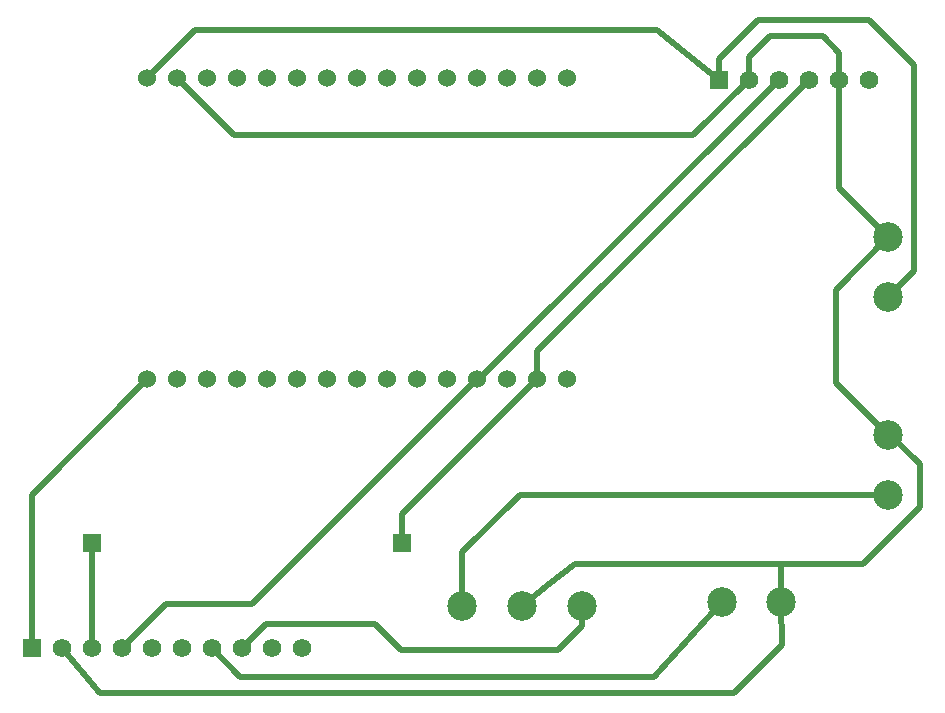
<source format=gbl>
G04 Layer: BottomLayer*
G04 EasyEDA v6.5.51, 2025-10-20 22:37:19*
G04 c1d3492fca7d471c8217cd0e5b442f4a,12abd119770744df9ef097ef44d34389,10*
G04 Gerber Generator version 0.2*
G04 Scale: 100 percent, Rotated: No, Reflected: No *
G04 Dimensions in millimeters *
G04 leading zeros omitted , absolute positions ,4 integer and 5 decimal *
%FSLAX45Y45*%
%MOMM*%

%ADD10C,0.5000*%
%ADD11C,0.2540*%
%ADD12C,2.5000*%
%ADD13R,1.5748X1.5748*%
%ADD14C,1.5748*%
%ADD15C,1.5240*%
%ADD16C,0.0146*%

%LPD*%
D10*
X1600225Y1549402D02*
G01*
X1600225Y660402D01*
D11*
X6908825Y5473702D02*
G01*
X6855508Y5473702D01*
D10*
X1092225Y660402D02*
G01*
X1092225Y767057D01*
X2070125Y2936392D02*
G01*
X1092255Y1958517D01*
X1092255Y767057D01*
X1092225Y767057D01*
D11*
X5372125Y2957395D02*
G01*
X5372125Y2936392D01*
D10*
X4864125Y2936499D02*
G01*
X2959125Y1031245D01*
X2225067Y1031245D01*
X1854225Y660402D01*
X5372125Y2936392D02*
G01*
X4229125Y1793392D01*
X4229125Y1549402D01*
X2070125Y5486402D02*
G01*
X2476525Y5892802D01*
X6383040Y5892802D01*
X6908825Y5473702D01*
X7416825Y5473702D02*
G01*
X4879517Y2936392D01*
X4864125Y2936392D01*
X6908825Y5473702D02*
G01*
X6908825Y5651502D01*
X7239025Y5981702D01*
X8178825Y5981702D01*
X8559825Y5600702D01*
X8559825Y3851655D01*
X8343925Y3635755D01*
X7162825Y5473702D02*
G01*
X7162825Y5664202D01*
X7338852Y5840221D01*
X7786898Y5840221D01*
X7924825Y5702302D01*
X7924825Y5473702D01*
X2324125Y5486402D02*
G01*
X2806725Y5003802D01*
X6692925Y5003802D01*
X7162825Y5473702D01*
X2616225Y660402D02*
G01*
X2857525Y419102D01*
X6362725Y419102D01*
X6937783Y1054102D01*
X4737125Y1016002D02*
G01*
X4737125Y1473194D01*
X5223283Y1959355D01*
X8343925Y1959355D01*
X7924825Y5473702D02*
G01*
X7924825Y4555744D01*
X8343925Y4136644D01*
X7438643Y1371600D02*
G01*
X7670800Y1371600D01*
X8077200Y1371600D01*
X8128508Y1371600D01*
X8610600Y1853692D01*
X8610600Y2218436D01*
X8343900Y2485136D01*
X5245100Y1016000D02*
G01*
X5473700Y1206500D01*
X5689600Y1371600D01*
X7438643Y1371600D01*
X7438669Y1054100D01*
X7438669Y1054100D02*
G01*
X7442200Y685800D01*
X7035502Y279402D01*
X1676425Y279402D01*
X1663725Y292102D01*
X1346225Y660402D01*
X7670825Y5473702D02*
G01*
X5372125Y3175002D01*
X5372125Y2957395D01*
X8343925Y4136649D02*
G01*
X7899425Y3692149D01*
X7899425Y2904749D01*
X8343925Y2460249D01*
X2870225Y660400D02*
G01*
X3073425Y863600D01*
X4000500Y863600D01*
X4216400Y647700D01*
X5549900Y647700D01*
X5753117Y850917D01*
X5753117Y1015997D01*
D12*
G01*
X5753125Y1016000D03*
G01*
X4737125Y1016000D03*
G01*
X5245125Y1016000D03*
G01*
X6937781Y1054100D03*
G01*
X7438669Y1054100D03*
D13*
G01*
X1600225Y1549400D03*
G01*
X4229125Y1549400D03*
D12*
G01*
X8343925Y3635755D03*
G01*
X8343925Y4136644D03*
G01*
X8343900Y1959355D03*
G01*
X8343900Y2460244D03*
D14*
G01*
X3378225Y660400D03*
G01*
X3124225Y660400D03*
G01*
X2870225Y660400D03*
G01*
X2616225Y660400D03*
G01*
X2362225Y660400D03*
G01*
X2108225Y660400D03*
G01*
X1854225Y660400D03*
G01*
X1600225Y660400D03*
G01*
X1346225Y660400D03*
D13*
G01*
X1092225Y660400D03*
D14*
G01*
X8178825Y5473700D03*
G01*
X7924825Y5473700D03*
G01*
X7670825Y5473700D03*
G01*
X7416825Y5473700D03*
G01*
X7162825Y5473700D03*
D13*
G01*
X6908825Y5473700D03*
D15*
G01*
X5626125Y5486400D03*
G01*
X5372125Y5486400D03*
G01*
X5118125Y5486400D03*
G01*
X4864125Y5486400D03*
G01*
X4610125Y5486400D03*
G01*
X4356125Y5486400D03*
G01*
X4102125Y5486400D03*
G01*
X3848125Y5486400D03*
G01*
X3594125Y5486400D03*
G01*
X3340125Y5486400D03*
G01*
X3086125Y5486400D03*
G01*
X2832125Y5486400D03*
G01*
X2578125Y5486400D03*
G01*
X2324125Y5486400D03*
G01*
X2070125Y5486400D03*
G01*
X2070125Y2936392D03*
G01*
X2324125Y2936392D03*
G01*
X2578125Y2936392D03*
G01*
X2832125Y2936392D03*
G01*
X3086125Y2936392D03*
G01*
X3340125Y2936392D03*
G01*
X3594125Y2936392D03*
G01*
X3848125Y2936392D03*
G01*
X4102125Y2936392D03*
G01*
X4356125Y2936392D03*
G01*
X4610125Y2936392D03*
G01*
X4864125Y2936392D03*
G01*
X5118125Y2936392D03*
G01*
X5626125Y2936392D03*
G01*
X5372125Y2936392D03*
M02*

</source>
